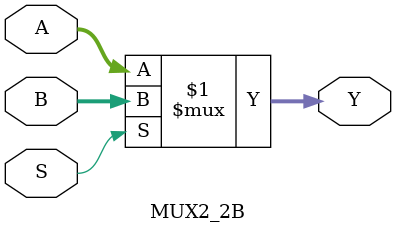
<source format=v>
module MUX2_2B (A,B,S,Y);
    input [1:0]  A,B;
    input S;
    output [1:0] Y;
    assign Y = (S)? B: A; 
endmodule

</source>
